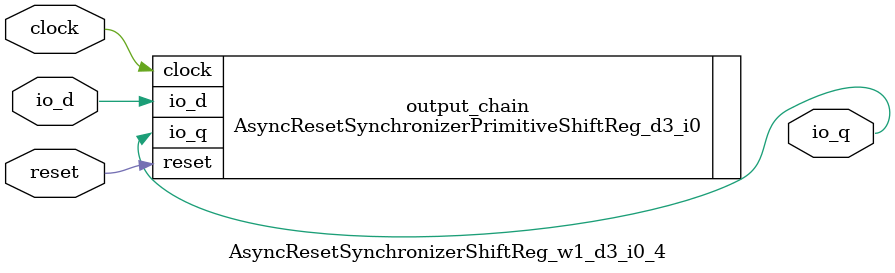
<source format=sv>
`ifndef RANDOMIZE
  `ifdef RANDOMIZE_REG_INIT
    `define RANDOMIZE
  `endif // RANDOMIZE_REG_INIT
`endif // not def RANDOMIZE
`ifndef RANDOMIZE
  `ifdef RANDOMIZE_MEM_INIT
    `define RANDOMIZE
  `endif // RANDOMIZE_MEM_INIT
`endif // not def RANDOMIZE

`ifndef RANDOM
  `define RANDOM $random
`endif // not def RANDOM

// Users can define 'PRINTF_COND' to add an extra gate to prints.
`ifndef PRINTF_COND_
  `ifdef PRINTF_COND
    `define PRINTF_COND_ (`PRINTF_COND)
  `else  // PRINTF_COND
    `define PRINTF_COND_ 1
  `endif // PRINTF_COND
`endif // not def PRINTF_COND_

// Users can define 'ASSERT_VERBOSE_COND' to add an extra gate to assert error printing.
`ifndef ASSERT_VERBOSE_COND_
  `ifdef ASSERT_VERBOSE_COND
    `define ASSERT_VERBOSE_COND_ (`ASSERT_VERBOSE_COND)
  `else  // ASSERT_VERBOSE_COND
    `define ASSERT_VERBOSE_COND_ 1
  `endif // ASSERT_VERBOSE_COND
`endif // not def ASSERT_VERBOSE_COND_

// Users can define 'STOP_COND' to add an extra gate to stop conditions.
`ifndef STOP_COND_
  `ifdef STOP_COND
    `define STOP_COND_ (`STOP_COND)
  `else  // STOP_COND
    `define STOP_COND_ 1
  `endif // STOP_COND
`endif // not def STOP_COND_

// Users can define INIT_RANDOM as general code that gets injected into the
// initializer block for modules with registers.
`ifndef INIT_RANDOM
  `define INIT_RANDOM
`endif // not def INIT_RANDOM

// If using random initialization, you can also define RANDOMIZE_DELAY to
// customize the delay used, otherwise 0.002 is used.
`ifndef RANDOMIZE_DELAY
  `define RANDOMIZE_DELAY 0.002
`endif // not def RANDOMIZE_DELAY

// Define INIT_RANDOM_PROLOG_ for use in our modules below.
`ifndef INIT_RANDOM_PROLOG_
  `ifdef RANDOMIZE
    `ifdef VERILATOR
      `define INIT_RANDOM_PROLOG_ `INIT_RANDOM
    `else  // VERILATOR
      `define INIT_RANDOM_PROLOG_ `INIT_RANDOM #`RANDOMIZE_DELAY begin end
    `endif // VERILATOR
  `else  // RANDOMIZE
    `define INIT_RANDOM_PROLOG_
  `endif // RANDOMIZE
`endif // not def INIT_RANDOM_PROLOG_

// Include register initializers in init blocks unless synthesis is set
`ifndef SYNTHESIS
  `ifndef ENABLE_INITIAL_REG_
    `define ENABLE_INITIAL_REG_
  `endif // not def ENABLE_INITIAL_REG_
`endif // not def SYNTHESIS

// Include rmemory initializers in init blocks unless synthesis is set
`ifndef SYNTHESIS
  `ifndef ENABLE_INITIAL_MEM_
    `define ENABLE_INITIAL_MEM_
  `endif // not def ENABLE_INITIAL_MEM_
`endif // not def SYNTHESIS

module AsyncResetSynchronizerShiftReg_w1_d3_i0_4(
  input  clock,
         reset,
         io_d,	// @[generators/rocket-chip/src/main/scala/util/ShiftReg.scala:36:14]
  output io_q	// @[generators/rocket-chip/src/main/scala/util/ShiftReg.scala:36:14]
);

  AsyncResetSynchronizerPrimitiveShiftReg_d3_i0 output_chain (	// @[generators/rocket-chip/src/main/scala/util/ShiftReg.scala:45:23]
    .clock (clock),
    .reset (reset),
    .io_d  (io_d),
    .io_q  (io_q)
  );
endmodule


</source>
